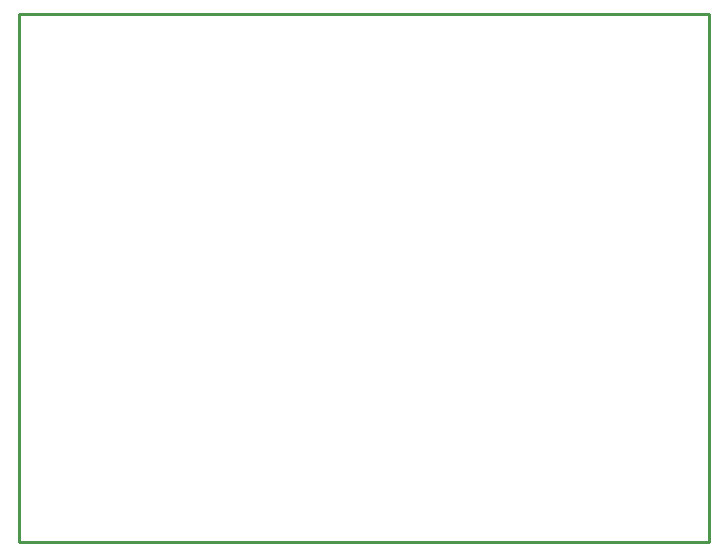
<source format=gko>
G04 Layer: BoardOutlineLayer*
G04 EasyEDA v6.5.43, 2024-08-21 16:11:37*
G04 cb6e2e9fbd21486d88ae5690d2d3dc00,10*
G04 Gerber Generator version 0.2*
G04 Scale: 100 percent, Rotated: No, Reflected: No *
G04 Dimensions in millimeters *
G04 leading zeros omitted , absolute positions ,4 integer and 5 decimal *
%FSLAX45Y45*%
%MOMM*%

%ADD10C,0.2540*%
D10*
X0Y2540000D02*
G01*
X0Y4470400D01*
X5842000Y4470400D01*
X5842000Y0D01*
X0Y0D01*
X0Y2540000D01*

%LPD*%
M02*

</source>
